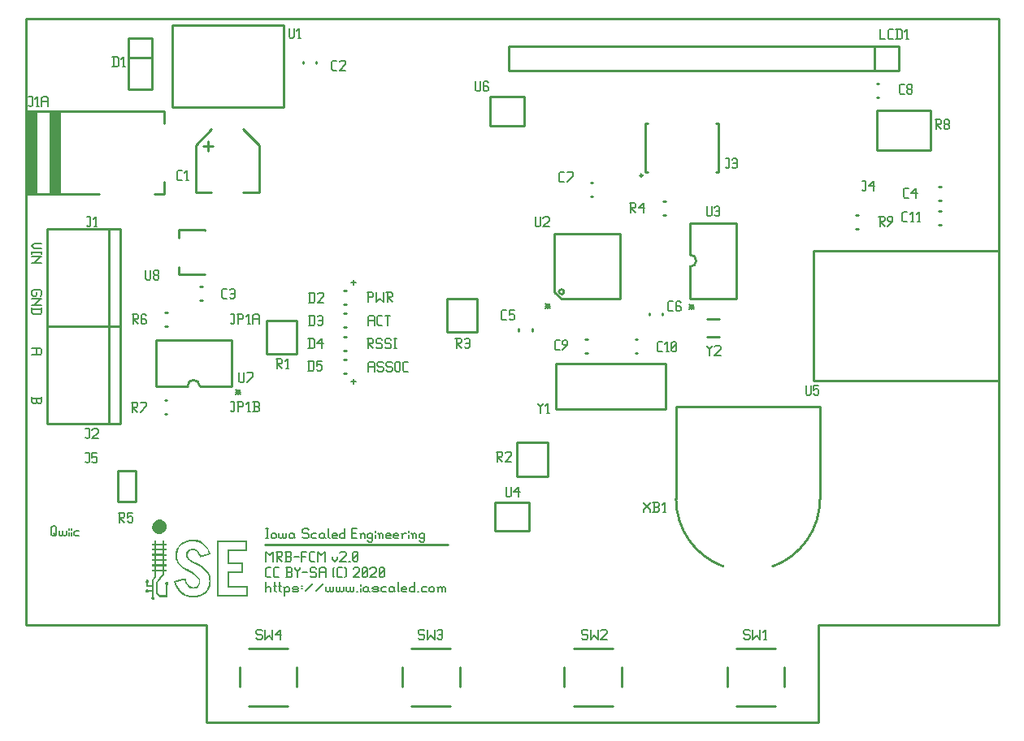
<source format=gbr>
G04 start of page 9 for group -4079 idx -4079 *
G04 Title: (unknown), topsilk *
G04 Creator: pcb 4.0.2 *
G04 CreationDate: Wed Apr 29 17:11:01 2020 UTC *
G04 For: ndholmes *
G04 Format: Gerber/RS-274X *
G04 PCB-Dimensions (mil): 4000.00 2900.00 *
G04 PCB-Coordinate-Origin: lower left *
%MOIN*%
%FSLAX25Y25*%
%LNTOPSILK*%
%ADD95C,0.0080*%
%ADD94C,0.0100*%
%ADD93C,0.0001*%
G54D93*G36*
X52543Y50709D02*X52147Y50980D01*
X52011Y51425D01*
X52065Y51740D01*
X52261Y51990D01*
X52391Y52104D01*
Y53986D01*
X51718D01*
X51241Y53981D01*
X51045Y53964D01*
X50953Y53840D01*
X50600Y53617D01*
X50172D01*
X49873Y53807D01*
X49689Y54100D01*
X49662Y54431D01*
X49770Y54724D01*
X49987Y54946D01*
X50302Y55066D01*
X50682Y55012D01*
X50991Y54773D01*
X51056Y54675D01*
X51724D01*
X52391Y54670D01*
Y56167D01*
X50058D01*
Y56900D01*
X50053Y57627D01*
X49955Y57697D01*
X49787Y57876D01*
X49678Y58093D01*
X49689Y58527D01*
X49873Y58815D01*
X50161Y58994D01*
X50497Y59026D01*
X50790Y58923D01*
X51013Y58701D01*
X51132Y58381D01*
X51078Y58006D01*
X50839Y57697D01*
X50742Y57627D01*
Y56851D01*
X52391D01*
Y59156D01*
X52857Y59748D01*
X53329Y60339D01*
Y62406D01*
X52418D01*
Y63193D01*
X56802D01*
Y64566D01*
X53986D01*
Y63193D01*
X53329D01*
Y64566D01*
X52418D01*
Y65325D01*
X53319D01*
Y66692D01*
X54002Y66719D01*
X53997Y66057D01*
X53991Y65586D01*
X54002Y65368D01*
X54067Y65358D01*
X54290Y65347D01*
X54724Y65341D01*
X55407Y65336D01*
X56802D01*
Y66719D01*
X54002D01*
X53319Y66692D01*
X52418D01*
Y67452D01*
X53329D01*
X53986Y67479D01*
X56802D01*
Y68852D01*
X53986D01*
Y67479D01*
X53329Y67452D01*
Y68824D01*
X52418D01*
Y69584D01*
X53319D01*
X53329Y70962D01*
X53986Y71005D01*
Y70327D01*
X53991Y69844D01*
X54008Y69627D01*
X54420Y69617D01*
X55407Y69611D01*
X56791D01*
X56796Y70300D01*
Y70316D01*
X56807Y71005D01*
X53986D01*
X53329Y70962D01*
X52418D01*
Y71722D01*
X53319D01*
Y73094D01*
X54002Y73148D01*
X53997Y72492D01*
X53991Y72015D01*
X54002Y71797D01*
X54067Y71787D01*
X54290Y71776D01*
X54724Y71770D01*
X55407Y71765D01*
X56807D01*
X56796Y72459D01*
X56791Y73148D01*
X54002D01*
X53319Y73094D01*
X52418D01*
Y73854D01*
X53329D01*
Y75096D01*
X53986D01*
Y73854D01*
X56802D01*
Y75096D01*
X57491D01*
Y73854D01*
X58402D01*
Y73094D01*
X57491D01*
Y71694D01*
X58402D01*
Y70935D01*
X57491D01*
Y69541D01*
X58402D01*
Y68781D01*
X57491D01*
Y67408D01*
X58402D01*
Y66649D01*
X57491D01*
Y65255D01*
X58402D01*
Y64495D01*
X57491D01*
Y63122D01*
X58402D01*
Y62336D01*
X57491D01*
X57485Y61750D01*
Y61158D01*
X56069Y59368D01*
X54648Y57583D01*
Y53574D01*
X55624Y52597D01*
X58044D01*
Y54719D01*
X58039Y55543D01*
Y56216D01*
X58033Y56672D01*
X58028Y56834D01*
X57903Y56927D01*
X57659Y57393D01*
X57794Y57909D01*
X58370Y58218D01*
X58972Y57947D01*
X59129Y57382D01*
X58831Y56872D01*
X58733Y56802D01*
Y51914D01*
X55342D01*
X53986Y53270D01*
Y57844D01*
X55396Y59623D01*
X56802Y61403D01*
Y62341D01*
X53986D01*
Y60003D01*
X53074Y58853D01*
Y52022D01*
X53140Y51990D01*
X53319Y51821D01*
X53449Y51588D01*
X53416Y51073D01*
X53069Y50693D01*
X52803Y50633D01*
X52543Y50644D01*
Y50709D01*
G37*
G36*
X68385Y51729D02*X66567Y52071D01*
X64983Y52793D01*
X63876Y53671D01*
X62932Y54778D01*
X62070Y56341D01*
X61424Y58196D01*
X61326Y58565D01*
X63746Y59081D01*
X64679Y59281D01*
X65455Y59444D01*
X65981Y59547D01*
X66182Y59580D01*
X66236Y59368D01*
X66285Y59118D01*
X66367Y58782D01*
X66730Y57757D01*
X67245Y56932D01*
X67891Y56324D01*
X68662Y55961D01*
X68900Y55918D01*
X69296Y55901D01*
X69687Y55918D01*
X69942Y55961D01*
X70962Y56547D01*
X71521Y57583D01*
X71575Y58212D01*
X71521Y58809D01*
X72123Y58983D01*
X72161Y57567D01*
X71803Y56617D01*
X71173Y55885D01*
X70316Y55424D01*
X69280Y55256D01*
X67951Y55559D01*
X66882Y56384D01*
X66090Y57627D01*
X65889Y58153D01*
X65743Y58657D01*
X65694Y58826D01*
X65645Y58842D01*
X65493Y58815D01*
X65135Y58739D01*
X64609Y58625D01*
X63979Y58489D01*
X62829Y58245D01*
X62292Y58126D01*
X62129Y58077D01*
Y58044D01*
X62178Y57860D01*
X62303Y57491D01*
X62449Y57084D01*
X62574Y56758D01*
X63572Y54979D01*
X64858Y53650D01*
X66432Y52782D01*
X68303Y52364D01*
X68699Y52353D01*
X69247D01*
X69795Y52369D01*
X70218Y52402D01*
X71548Y52657D01*
X72709Y53091D01*
X73609Y53623D01*
X74363Y54279D01*
X74966Y55060D01*
X75432Y55966D01*
X75660Y56661D01*
X75817Y57447D01*
X75866Y58402D01*
X75817Y59336D01*
X75590Y60323D01*
X75232Y61213D01*
X74711Y62032D01*
X74027Y62813D01*
X73327Y63459D01*
X72519Y64056D01*
X71445Y64717D01*
X69953Y65547D01*
X68808Y66182D01*
X68016Y66660D01*
X67463Y67061D01*
X67034Y67463D01*
X66486Y68249D01*
X66318Y69117D01*
X66464Y70159D01*
X66898Y70973D01*
X67603Y71537D01*
X68558Y71819D01*
X69139Y71836D01*
X69714Y71770D01*
X70484Y71477D01*
X71152Y70951D01*
X71727Y70186D01*
X72221Y69166D01*
X72307Y68966D01*
X72367Y68922D01*
X72530Y68971D01*
X72909Y69074D01*
X73419Y69226D01*
X74005Y69394D01*
X74581Y69562D01*
X75080Y69714D01*
X75438Y69817D01*
X75579Y69861D01*
X75552Y69985D01*
X75465Y70262D01*
X75340Y70604D01*
X75221Y70919D01*
X74543Y72134D01*
X73653Y73138D01*
X72579Y73913D01*
X71325Y74440D01*
X69568Y74743D01*
X67647Y74657D01*
X65900Y74196D01*
X64500Y73360D01*
X63800Y72633D01*
X63258Y71749D01*
X62889Y70723D01*
X62688Y69573D01*
X62661Y68797D01*
X62699Y68087D01*
X62938Y67105D01*
X63377Y66199D01*
X64017Y65358D01*
X64880Y64566D01*
X65422Y64159D01*
X66052Y63746D01*
X66855Y63269D01*
X67940Y62661D01*
X68667Y62260D01*
X69209Y61951D01*
X69633Y61696D01*
X70007Y61457D01*
X71439Y60247D01*
X72123Y58983D01*
X71521Y58809D01*
X70924Y59878D01*
X69665Y60925D01*
X69302Y61158D01*
X68895Y61403D01*
X68379Y61696D01*
X67685Y62075D01*
X66307Y62851D01*
X65292Y63480D01*
X64517Y64045D01*
X63860Y64625D01*
X63111Y65466D01*
X62574Y66350D01*
X62156Y67533D01*
X62026Y68846D01*
X62118Y70132D01*
X62411Y71331D01*
X63171Y72855D01*
X64332Y74038D01*
X65862Y74863D01*
X67734Y75302D01*
X69193Y75384D01*
X70577Y75259D01*
X71852Y74933D01*
X72991Y74407D01*
X74130Y73561D01*
X75069Y72476D01*
X75796Y71174D01*
X76289Y69671D01*
X76349Y69416D01*
X74147Y68776D01*
X73284Y68532D01*
X72579Y68331D01*
X72101Y68201D01*
X71922Y68157D01*
X71846Y68358D01*
X71618Y68960D01*
X71358Y69535D01*
X70598Y70604D01*
X69649Y71136D01*
X69014Y71201D01*
X68363Y71152D01*
X67506Y70680D01*
X67169Y70219D01*
X66985Y69622D01*
X66947Y69139D01*
X66985Y68727D01*
X67332Y68076D01*
X68059Y67408D01*
X68412Y67164D01*
X68851Y66888D01*
X69426Y66562D01*
X70197Y66139D01*
X71065Y65667D01*
X71748Y65282D01*
X72307Y64951D01*
X72785Y64642D01*
X74011Y63714D01*
X74977Y62726D01*
X75704Y61674D01*
X76192Y60534D01*
X76468Y59162D01*
X76474Y57730D01*
X76219Y56330D01*
X75709Y55066D01*
X74912Y53948D01*
X73870Y53037D01*
X72600Y52359D01*
X71135Y51914D01*
X69757Y51740D01*
X68385Y51735D01*
Y51729D01*
G37*
G36*
X78970Y63535D02*X79610Y63540D01*
X79604Y52641D01*
X91030D01*
Y55798D01*
X83256D01*
Y62319D01*
X88941D01*
Y65488D01*
X83256D01*
Y71271D01*
X90716D01*
Y74440D01*
X79621D01*
X79610Y63540D01*
X78970Y63535D01*
Y75064D01*
X91350D01*
Y70653D01*
X83890D01*
Y66133D01*
X89571D01*
Y61723D01*
X83907D01*
X83896Y59091D01*
X83890Y56460D01*
X91654D01*
Y52022D01*
X78970D01*
Y63535D01*
G37*
G36*
X54941Y77782D02*X54056Y78069D01*
X53291Y78628D01*
X52743Y79360D01*
X52456Y80223D01*
X52418Y80863D01*
X52499Y81482D01*
X52809Y82247D01*
X53329Y82898D01*
X54176Y83473D01*
X55147Y83716D01*
X56156Y83629D01*
X57100Y83202D01*
X57653Y82697D01*
X58077Y82079D01*
X58310Y81395D01*
X58380Y80668D01*
X58272Y79941D01*
X58006Y79268D01*
X57599Y78720D01*
X57084Y78275D01*
X56482Y77955D01*
X55831Y77782D01*
X55380Y77760D01*
X54941Y77782D01*
G37*
G54D94*X399500Y40500D02*Y289500D01*
X74500Y40500D02*Y500D01*
X325500D01*
Y40500D01*
X399500D01*
X98500Y73500D02*X173500D01*
X500Y289500D02*Y40500D01*
X399500Y289500D02*X500D01*
Y40500D02*X74500D01*
G54D95*X213500Y172500D02*X215500Y170500D01*
X213500D02*X215500Y172500D01*
X213500Y171500D02*X215500D01*
X214500Y172500D02*Y170500D01*
X272500Y172000D02*X274500Y170000D01*
X272500D02*X274500Y172000D01*
X272500Y171000D02*X274500D01*
X273500Y172000D02*Y170000D01*
X3000Y134000D02*Y132000D01*
X3500Y131500D01*
X4500D01*
X5000Y132000D02*X4500Y131500D01*
X5000Y133500D02*Y132000D01*
X3000Y133500D02*X7000D01*
Y134000D02*Y132000D01*
X6500Y131500D01*
X5500D02*X6500D01*
X5000Y132000D02*X5500Y131500D01*
X3000Y154000D02*X6500D01*
X7000Y153500D01*
Y152000D01*
X6500Y151500D01*
X3000D02*X6500D01*
X5000Y154000D02*Y151500D01*
X7000Y176000D02*X6500Y175500D01*
X7000Y177500D02*Y176000D01*
X6500Y178000D02*X7000Y177500D01*
X3500Y178000D02*X6500D01*
X3500D02*X3000Y177500D01*
Y176000D01*
X3500Y175500D01*
X4500D01*
X5000Y176000D02*X4500Y175500D01*
X5000Y177000D02*Y176000D01*
X3000Y174300D02*X7000D01*
X6500D02*X7000D01*
X6500D02*X4000Y171800D01*
X3000D02*X7000D01*
X3000Y170100D02*X7000D01*
Y168600D02*X6500Y168100D01*
X3500D02*X6500D01*
X3000Y168600D02*X3500Y168100D01*
X3000Y170600D02*Y168600D01*
X7000Y170600D02*Y168600D01*
X4000Y197000D02*X7000D01*
X4000D02*X3000Y196000D01*
X4000Y195000D01*
X7000D01*
Y193800D02*Y192800D01*
X3000Y193300D02*X7000D01*
X3000Y193800D02*Y192800D01*
Y191600D02*X7000D01*
X6500D02*X7000D01*
X6500D02*X4000Y189100D01*
X3000D02*X7000D01*
X86500Y137000D02*X88500Y135000D01*
X86500D02*X88500Y137000D01*
X86500Y136000D02*X88500D01*
X87500Y137000D02*Y135000D01*
X11000Y80500D02*Y77500D01*
Y80500D02*X11500Y81000D01*
X12500D01*
X13000Y80500D01*
Y77500D01*
X12500Y77000D02*X13000Y77500D01*
X11500Y77000D02*X12500D01*
X11000Y77500D02*X11500Y77000D01*
X12000Y78000D02*X13000Y77000D01*
X14200Y79000D02*Y77500D01*
X14700Y77000D01*
X15200D01*
X15700Y77500D01*
Y79000D02*Y77500D01*
X16200Y77000D01*
X16700D01*
X17200Y77500D01*
Y79000D02*Y77500D01*
X18400Y80000D02*Y79500D01*
Y78500D02*Y77000D01*
X19400Y80000D02*Y79500D01*
Y78500D02*Y77000D01*
X20900Y79000D02*X22400D01*
X20400Y78500D02*X20900Y79000D01*
X20400Y78500D02*Y77500D01*
X20900Y77000D01*
X22400D01*
X141000Y177000D02*Y173000D01*
X140500Y177000D02*X142500D01*
X143000Y176500D01*
Y175500D01*
X142500Y175000D02*X143000Y175500D01*
X141000Y175000D02*X142500D01*
X144200Y177000D02*Y173000D01*
X145700Y174500D01*
X147200Y173000D01*
Y177000D02*Y173000D01*
X148400Y177000D02*X150400D01*
X150900Y176500D01*
Y175500D01*
X150400Y175000D02*X150900Y175500D01*
X148900Y175000D02*X150400D01*
X148900Y177000D02*Y173000D01*
Y175000D02*X150900Y173000D01*
X134000Y181000D02*X136000D01*
X135000Y182000D02*Y180000D01*
X141000Y167000D02*Y163500D01*
Y167000D02*X141500Y167500D01*
X143000D01*
X143500Y167000D01*
Y163500D01*
X141000Y165500D02*X143500D01*
X145200Y163500D02*X146700D01*
X144700Y164000D02*X145200Y163500D01*
X144700Y167000D02*Y164000D01*
Y167000D02*X145200Y167500D01*
X146700D01*
X147900D02*X149900D01*
X148900D02*Y163500D01*
X140500Y158000D02*X142500D01*
X143000Y157500D01*
Y156500D01*
X142500Y156000D02*X143000Y156500D01*
X141000Y156000D02*X142500D01*
X141000Y158000D02*Y154000D01*
Y156000D02*X143000Y154000D01*
X146200Y158000D02*X146700Y157500D01*
X144700Y158000D02*X146200D01*
X144200Y157500D02*X144700Y158000D01*
X144200Y157500D02*Y156500D01*
X144700Y156000D01*
X146200D01*
X146700Y155500D01*
Y154500D01*
X146200Y154000D02*X146700Y154500D01*
X144700Y154000D02*X146200D01*
X144200Y154500D02*X144700Y154000D01*
X149900Y158000D02*X150400Y157500D01*
X148400Y158000D02*X149900D01*
X147900Y157500D02*X148400Y158000D01*
X147900Y157500D02*Y156500D01*
X148400Y156000D01*
X149900D01*
X150400Y155500D01*
Y154500D01*
X149900Y154000D02*X150400Y154500D01*
X148400Y154000D02*X149900D01*
X147900Y154500D02*X148400Y154000D01*
X151600Y158000D02*X152600D01*
X152100D02*Y154000D01*
X151600D02*X152600D01*
X141000Y148000D02*Y144500D01*
Y148000D02*X141500Y148500D01*
X143000D01*
X143500Y148000D01*
Y144500D01*
X141000Y146500D02*X143500D01*
X146700Y148500D02*X147200Y148000D01*
X145200Y148500D02*X146700D01*
X144700Y148000D02*X145200Y148500D01*
X144700Y148000D02*Y147000D01*
X145200Y146500D01*
X146700D01*
X147200Y146000D01*
Y145000D01*
X146700Y144500D02*X147200Y145000D01*
X145200Y144500D02*X146700D01*
X144700Y145000D02*X145200Y144500D01*
X150400Y148500D02*X150900Y148000D01*
X148900Y148500D02*X150400D01*
X148400Y148000D02*X148900Y148500D01*
X148400Y148000D02*Y147000D01*
X148900Y146500D01*
X150400D01*
X150900Y146000D01*
Y145000D01*
X150400Y144500D02*X150900Y145000D01*
X148900Y144500D02*X150400D01*
X148400Y145000D02*X148900Y144500D01*
X152100Y148000D02*Y145000D01*
Y148000D02*X152600Y148500D01*
X153600D01*
X154100Y148000D01*
Y145000D01*
X153600Y144500D02*X154100Y145000D01*
X152600Y144500D02*X153600D01*
X152100Y145000D02*X152600Y144500D01*
X155800D02*X157300D01*
X155300Y145000D02*X155800Y144500D01*
X155300Y148000D02*Y145000D01*
Y148000D02*X155800Y148500D01*
X157300D01*
X134000Y140500D02*X136000D01*
X135000Y141500D02*Y139500D01*
X99000Y80000D02*X100000D01*
X99500D02*Y76000D01*
X99000D02*X100000D01*
X101200Y77500D02*Y76500D01*
Y77500D02*X101700Y78000D01*
X102700D01*
X103200Y77500D01*
Y76500D01*
X102700Y76000D02*X103200Y76500D01*
X101700Y76000D02*X102700D01*
X101200Y76500D02*X101700Y76000D01*
X104400Y78000D02*Y76500D01*
X104900Y76000D01*
X105400D01*
X105900Y76500D01*
Y78000D02*Y76500D01*
X106400Y76000D01*
X106900D01*
X107400Y76500D01*
Y78000D02*Y76500D01*
X110100Y78000D02*X110600Y77500D01*
X109100Y78000D02*X110100D01*
X108600Y77500D02*X109100Y78000D01*
X108600Y77500D02*Y76500D01*
X109100Y76000D01*
X110600Y78000D02*Y76500D01*
X111100Y76000D01*
X109100D02*X110100D01*
X110600Y76500D01*
X116100Y80000D02*X116600Y79500D01*
X114600Y80000D02*X116100D01*
X114100Y79500D02*X114600Y80000D01*
X114100Y79500D02*Y78500D01*
X114600Y78000D01*
X116100D01*
X116600Y77500D01*
Y76500D01*
X116100Y76000D02*X116600Y76500D01*
X114600Y76000D02*X116100D01*
X114100Y76500D02*X114600Y76000D01*
X118300Y78000D02*X119800D01*
X117800Y77500D02*X118300Y78000D01*
X117800Y77500D02*Y76500D01*
X118300Y76000D01*
X119800D01*
X122500Y78000D02*X123000Y77500D01*
X121500Y78000D02*X122500D01*
X121000Y77500D02*X121500Y78000D01*
X121000Y77500D02*Y76500D01*
X121500Y76000D01*
X123000Y78000D02*Y76500D01*
X123500Y76000D01*
X121500D02*X122500D01*
X123000Y76500D01*
X124700Y80000D02*Y76500D01*
X125200Y76000D01*
X126700D02*X128200D01*
X126200Y76500D02*X126700Y76000D01*
X126200Y77500D02*Y76500D01*
Y77500D02*X126700Y78000D01*
X127700D01*
X128200Y77500D01*
X126200Y77000D02*X128200D01*
Y77500D02*Y77000D01*
X131400Y80000D02*Y76000D01*
X130900D02*X131400Y76500D01*
X129900Y76000D02*X130900D01*
X129400Y76500D02*X129900Y76000D01*
X129400Y77500D02*Y76500D01*
Y77500D02*X129900Y78000D01*
X130900D01*
X131400Y77500D01*
X134400Y78000D02*X135900D01*
X134400Y76000D02*X136400D01*
X134400Y80000D02*Y76000D01*
Y80000D02*X136400D01*
X138100Y77500D02*Y76000D01*
Y77500D02*X138600Y78000D01*
X139100D01*
X139600Y77500D01*
Y76000D01*
X137600Y78000D02*X138100Y77500D01*
X142300Y78000D02*X142800Y77500D01*
X141300Y78000D02*X142300D01*
X140800Y77500D02*X141300Y78000D01*
X140800Y77500D02*Y76500D01*
X141300Y76000D01*
X142300D01*
X142800Y76500D01*
X140800Y75000D02*X141300Y74500D01*
X142300D01*
X142800Y75000D01*
Y78000D02*Y75000D01*
X144000Y79000D02*Y78500D01*
Y77500D02*Y76000D01*
X145500Y77500D02*Y76000D01*
Y77500D02*X146000Y78000D01*
X146500D01*
X147000Y77500D01*
Y76000D01*
X145000Y78000D02*X145500Y77500D01*
X148700Y76000D02*X150200D01*
X148200Y76500D02*X148700Y76000D01*
X148200Y77500D02*Y76500D01*
Y77500D02*X148700Y78000D01*
X149700D01*
X150200Y77500D01*
X148200Y77000D02*X150200D01*
Y77500D02*Y77000D01*
X151900Y76000D02*X153400D01*
X151400Y76500D02*X151900Y76000D01*
X151400Y77500D02*Y76500D01*
Y77500D02*X151900Y78000D01*
X152900D01*
X153400Y77500D01*
X151400Y77000D02*X153400D01*
Y77500D02*Y77000D01*
X155100Y77500D02*Y76000D01*
Y77500D02*X155600Y78000D01*
X156600D01*
X154600D02*X155100Y77500D01*
X157800Y79000D02*Y78500D01*
Y77500D02*Y76000D01*
X159300Y77500D02*Y76000D01*
Y77500D02*X159800Y78000D01*
X160300D01*
X160800Y77500D01*
Y76000D01*
X158800Y78000D02*X159300Y77500D01*
X163500Y78000D02*X164000Y77500D01*
X162500Y78000D02*X163500D01*
X162000Y77500D02*X162500Y78000D01*
X162000Y77500D02*Y76500D01*
X162500Y76000D01*
X163500D01*
X164000Y76500D01*
X162000Y75000D02*X162500Y74500D01*
X163500D01*
X164000Y75000D01*
Y78000D02*Y75000D01*
X99000Y70500D02*Y66500D01*
Y70500D02*X100500Y69000D01*
X102000Y70500D01*
Y66500D01*
X103200Y70500D02*X105200D01*
X105700Y70000D01*
Y69000D01*
X105200Y68500D02*X105700Y69000D01*
X103700Y68500D02*X105200D01*
X103700Y70500D02*Y66500D01*
Y68500D02*X105700Y66500D01*
X106900D02*X108900D01*
X109400Y67000D01*
Y68000D02*Y67000D01*
X108900Y68500D02*X109400Y68000D01*
X107400Y68500D02*X108900D01*
X107400Y70500D02*Y66500D01*
X106900Y70500D02*X108900D01*
X109400Y70000D01*
Y69000D01*
X108900Y68500D02*X109400Y69000D01*
X110600Y68500D02*X112600D01*
X113800Y70500D02*Y66500D01*
Y70500D02*X115800D01*
X113800Y68500D02*X115300D01*
X117500Y66500D02*X119000D01*
X117000Y67000D02*X117500Y66500D01*
X117000Y70000D02*Y67000D01*
Y70000D02*X117500Y70500D01*
X119000D01*
X120200D02*Y66500D01*
Y70500D02*X121700Y69000D01*
X123200Y70500D01*
Y66500D01*
X126200Y68500D02*Y67500D01*
X127200Y66500D01*
X128200Y67500D01*
Y68500D02*Y67500D01*
X129400Y70000D02*X129900Y70500D01*
X131400D01*
X131900Y70000D01*
Y69000D01*
X129400Y66500D02*X131900Y69000D01*
X129400Y66500D02*X131900D01*
X133100D02*X133600D01*
X134800Y67000D02*X135300Y66500D01*
X134800Y70000D02*Y67000D01*
Y70000D02*X135300Y70500D01*
X136300D01*
X136800Y70000D01*
Y67000D01*
X136300Y66500D02*X136800Y67000D01*
X135300Y66500D02*X136300D01*
X134800Y67500D02*X136800Y69500D01*
X99500Y60000D02*X101000D01*
X99000Y60500D02*X99500Y60000D01*
X99000Y63500D02*Y60500D01*
Y63500D02*X99500Y64000D01*
X101000D01*
X102700Y60000D02*X104200D01*
X102200Y60500D02*X102700Y60000D01*
X102200Y63500D02*Y60500D01*
Y63500D02*X102700Y64000D01*
X104200D01*
X107200Y60000D02*X109200D01*
X109700Y60500D01*
Y61500D02*Y60500D01*
X109200Y62000D02*X109700Y61500D01*
X107700Y62000D02*X109200D01*
X107700Y64000D02*Y60000D01*
X107200Y64000D02*X109200D01*
X109700Y63500D01*
Y62500D01*
X109200Y62000D02*X109700Y62500D01*
X110900Y64000D02*Y63500D01*
X111900Y62500D01*
X112900Y63500D01*
Y64000D02*Y63500D01*
X111900Y62500D02*Y60000D01*
X114100Y62000D02*X116100D01*
X119300Y64000D02*X119800Y63500D01*
X117800Y64000D02*X119300D01*
X117300Y63500D02*X117800Y64000D01*
X117300Y63500D02*Y62500D01*
X117800Y62000D01*
X119300D01*
X119800Y61500D01*
Y60500D01*
X119300Y60000D02*X119800Y60500D01*
X117800Y60000D02*X119300D01*
X117300Y60500D02*X117800Y60000D01*
X121000Y63500D02*Y60000D01*
Y63500D02*X121500Y64000D01*
X123000D01*
X123500Y63500D01*
Y60000D01*
X121000Y62000D02*X123500D01*
X126500Y60500D02*X127000Y60000D01*
X126500Y63500D02*X127000Y64000D01*
X126500Y63500D02*Y60500D01*
X128700Y60000D02*X130200D01*
X128200Y60500D02*X128700Y60000D01*
X128200Y63500D02*Y60500D01*
Y63500D02*X128700Y64000D01*
X130200D01*
X131400D02*X131900Y63500D01*
Y60500D01*
X131400Y60000D02*X131900Y60500D01*
X134900Y63500D02*X135400Y64000D01*
X136900D01*
X137400Y63500D01*
Y62500D01*
X134900Y60000D02*X137400Y62500D01*
X134900Y60000D02*X137400D01*
X138600Y60500D02*X139100Y60000D01*
X138600Y63500D02*Y60500D01*
Y63500D02*X139100Y64000D01*
X140100D01*
X140600Y63500D01*
Y60500D01*
X140100Y60000D02*X140600Y60500D01*
X139100Y60000D02*X140100D01*
X138600Y61000D02*X140600Y63000D01*
X141800Y63500D02*X142300Y64000D01*
X143800D01*
X144300Y63500D01*
Y62500D01*
X141800Y60000D02*X144300Y62500D01*
X141800Y60000D02*X144300D01*
X145500Y60500D02*X146000Y60000D01*
X145500Y63500D02*Y60500D01*
Y63500D02*X146000Y64000D01*
X147000D01*
X147500Y63500D01*
Y60500D01*
X147000Y60000D02*X147500Y60500D01*
X146000Y60000D02*X147000D01*
X145500Y61000D02*X147500Y63000D01*
X99000Y58000D02*Y54000D01*
Y55500D02*X99500Y56000D01*
X100500D01*
X101000Y55500D01*
Y54000D01*
X102700Y58000D02*Y54500D01*
X103200Y54000D01*
X102200Y56500D02*X103200D01*
X104700Y58000D02*Y54500D01*
X105200Y54000D01*
X104200Y56500D02*X105200D01*
X106700Y55500D02*Y52500D01*
X106200Y56000D02*X106700Y55500D01*
X107200Y56000D01*
X108200D01*
X108700Y55500D01*
Y54500D01*
X108200Y54000D02*X108700Y54500D01*
X107200Y54000D02*X108200D01*
X106700Y54500D02*X107200Y54000D01*
X110400D02*X111900D01*
X112400Y54500D01*
X111900Y55000D02*X112400Y54500D01*
X110400Y55000D02*X111900D01*
X109900Y55500D02*X110400Y55000D01*
X109900Y55500D02*X110400Y56000D01*
X111900D01*
X112400Y55500D01*
X109900Y54500D02*X110400Y54000D01*
X113600Y56500D02*X114100D01*
X113600Y55500D02*X114100D01*
X115300Y54500D02*X118300Y57500D01*
X119500Y54500D02*X122500Y57500D01*
X123700Y56000D02*Y54500D01*
X124200Y54000D01*
X124700D01*
X125200Y54500D01*
Y56000D02*Y54500D01*
X125700Y54000D01*
X126200D01*
X126700Y54500D01*
Y56000D02*Y54500D01*
X127900Y56000D02*Y54500D01*
X128400Y54000D01*
X128900D01*
X129400Y54500D01*
Y56000D02*Y54500D01*
X129900Y54000D01*
X130400D01*
X130900Y54500D01*
Y56000D02*Y54500D01*
X132100Y56000D02*Y54500D01*
X132600Y54000D01*
X133100D01*
X133600Y54500D01*
Y56000D02*Y54500D01*
X134100Y54000D01*
X134600D01*
X135100Y54500D01*
Y56000D02*Y54500D01*
X136300Y54000D02*X136800D01*
X138000Y57000D02*Y56500D01*
Y55500D02*Y54000D01*
X140500Y56000D02*X141000Y55500D01*
X139500Y56000D02*X140500D01*
X139000Y55500D02*X139500Y56000D01*
X139000Y55500D02*Y54500D01*
X139500Y54000D01*
X141000Y56000D02*Y54500D01*
X141500Y54000D01*
X139500D02*X140500D01*
X141000Y54500D01*
X143200Y54000D02*X144700D01*
X145200Y54500D01*
X144700Y55000D02*X145200Y54500D01*
X143200Y55000D02*X144700D01*
X142700Y55500D02*X143200Y55000D01*
X142700Y55500D02*X143200Y56000D01*
X144700D01*
X145200Y55500D01*
X142700Y54500D02*X143200Y54000D01*
X146900Y56000D02*X148400D01*
X146400Y55500D02*X146900Y56000D01*
X146400Y55500D02*Y54500D01*
X146900Y54000D01*
X148400D01*
X151100Y56000D02*X151600Y55500D01*
X150100Y56000D02*X151100D01*
X149600Y55500D02*X150100Y56000D01*
X149600Y55500D02*Y54500D01*
X150100Y54000D01*
X151600Y56000D02*Y54500D01*
X152100Y54000D01*
X150100D02*X151100D01*
X151600Y54500D01*
X153300Y58000D02*Y54500D01*
X153800Y54000D01*
X155300D02*X156800D01*
X154800Y54500D02*X155300Y54000D01*
X154800Y55500D02*Y54500D01*
Y55500D02*X155300Y56000D01*
X156300D01*
X156800Y55500D01*
X154800Y55000D02*X156800D01*
Y55500D02*Y55000D01*
X160000Y58000D02*Y54000D01*
X159500D02*X160000Y54500D01*
X158500Y54000D02*X159500D01*
X158000Y54500D02*X158500Y54000D01*
X158000Y55500D02*Y54500D01*
Y55500D02*X158500Y56000D01*
X159500D01*
X160000Y55500D01*
X161200Y54000D02*X161700D01*
X163400Y56000D02*X164900D01*
X162900Y55500D02*X163400Y56000D01*
X162900Y55500D02*Y54500D01*
X163400Y54000D01*
X164900D01*
X166100Y55500D02*Y54500D01*
Y55500D02*X166600Y56000D01*
X167600D01*
X168100Y55500D01*
Y54500D01*
X167600Y54000D02*X168100Y54500D01*
X166600Y54000D02*X167600D01*
X166100Y54500D02*X166600Y54000D01*
X169800Y55500D02*Y54000D01*
Y55500D02*X170300Y56000D01*
X170800D01*
X171300Y55500D01*
Y54000D01*
Y55500D02*X171800Y56000D01*
X172300D01*
X172800Y55500D01*
Y54000D01*
X169300Y56000D02*X169800Y55500D01*
G54D94*X9200Y163000D02*Y123000D01*
X39200Y163000D02*Y123000D01*
X34800Y163000D02*Y123000D01*
X9200Y163000D02*X39200D01*
X9200Y123000D02*X39200D01*
X38334Y103751D02*Y91153D01*
Y103751D02*X45816D01*
Y91153D01*
X38334D02*X45816D01*
X57607Y127245D02*X58393D01*
X57607Y132755D02*X58393D01*
X99201Y165390D02*X111799D01*
Y151610D01*
X99201D01*
Y165390D01*
X92126Y7189D02*X107874D01*
X88189Y22937D02*Y15063D01*
X92126Y30811D02*X107874D01*
X111811Y22937D02*Y15063D01*
X57807Y168755D02*X58593D01*
X57807Y163245D02*X58593D01*
X84900Y157500D02*Y138500D01*
X53900Y157500D02*X84900D01*
X53900D02*Y138500D01*
X71900D02*X84900D01*
X53900D02*X66900D01*
X71900D02*G75*G03X66900Y138500I-2500J0D01*G01*
X375150Y210255D02*X375936D01*
X375150Y204745D02*X375936D01*
X375107Y220255D02*X375893D01*
X375107Y214745D02*X375893D01*
X399500Y194050D02*Y140750D01*
X323500D02*X399500D01*
X323500Y194050D02*Y140750D01*
Y194050D02*X399500D01*
X341107Y208755D02*X341893D01*
X341107Y203245D02*X341893D01*
X371500Y251600D02*Y235400D01*
X349500Y251600D02*Y235400D01*
Y251600D02*X371500D01*
X349500Y235400D02*X371500D01*
X173201Y174390D02*X185799D01*
Y160610D01*
X173201D01*
Y174390D01*
X202001Y115290D02*X214599D01*
Y101510D01*
X202001D02*X214599D01*
X202001Y115290D02*Y101510D01*
X232207Y216545D02*X232993D01*
X232207Y222055D02*X232993D01*
X261755Y168393D02*Y167607D01*
X256245Y168393D02*Y167607D01*
X72107Y173745D02*X72893D01*
X72107Y179255D02*X72893D01*
X131107Y158755D02*X131893D01*
X131107Y153245D02*X131893D01*
X131107Y177755D02*X131893D01*
X131107Y172245D02*X131893D01*
X131107Y149255D02*X131893D01*
X131107Y143745D02*X131893D01*
X131107Y168255D02*X131893D01*
X131107Y162745D02*X131893D01*
X9200Y203000D02*Y163000D01*
X39200Y203000D02*Y163000D01*
X34800Y203000D02*Y163000D01*
X9200Y203000D02*X39200D01*
X9200Y163000D02*X39200D01*
X30700Y217400D02*X1200D01*
Y251400D01*
X57200D01*
Y246400D01*
X53200Y217400D02*X57200D01*
Y222400D01*
X1200Y217400D02*Y251400D01*
X1700Y217400D02*Y251400D01*
X2200Y217400D02*Y251400D01*
X2700Y217400D02*Y251400D01*
X3200Y217400D02*Y251400D01*
X3700Y217400D02*Y251400D01*
X4200Y217400D02*Y251400D01*
X4700Y217400D02*Y251400D01*
X14200Y217400D02*Y251400D01*
X13700Y217400D02*Y251400D01*
X13200Y217400D02*Y251400D01*
X12700Y217400D02*Y251400D01*
X12200Y217400D02*Y251400D01*
X11700Y217400D02*Y251400D01*
X11200Y217400D02*Y251400D01*
X10700Y217400D02*Y251400D01*
X42700Y281500D02*Y260500D01*
X52300Y281500D02*Y260500D01*
X42700Y281500D02*X52300D01*
X42700Y260500D02*X52300D01*
X42700Y273500D02*X52300D01*
X70308Y218008D02*X76804D01*
X89796D02*X96292D01*
Y237496D02*Y218008D01*
X70308Y237496D02*Y218008D01*
X96292Y237496D02*X89796Y243992D01*
X70308Y237496D02*X76804Y243992D01*
X73300Y237000D02*X77300D01*
X75300Y239000D02*Y235000D01*
X119755Y271893D02*Y271107D01*
X114245Y271893D02*Y271107D01*
X60665Y253126D02*X106335D01*
X60665Y286590D02*X106335D01*
X60665D02*Y253126D01*
X106335Y286590D02*Y253126D01*
X63271Y184250D02*X73901D01*
X63271Y202750D02*X73901D01*
X63271Y187500D02*Y184250D01*
Y202750D02*Y199500D01*
X73901Y184429D02*Y184250D01*
Y202750D02*Y202571D01*
X158826Y7189D02*X174574D01*
X154889Y22937D02*Y15063D01*
X158826Y30811D02*X174574D01*
X178511Y22937D02*Y15063D01*
X225426Y7189D02*X241174D01*
X221489Y22937D02*Y15063D01*
X225426Y30811D02*X241174D01*
X245111Y22937D02*Y15063D01*
X292126Y7189D02*X307874D01*
X288189Y22937D02*Y15063D01*
X292126Y30811D02*X307874D01*
X311811Y22937D02*Y15063D01*
X349564Y262755D02*X350350D01*
X349564Y257245D02*X350350D01*
X198500Y278000D02*X358500D01*
X198500D02*Y268000D01*
X358500D01*
Y278000D02*Y268000D01*
X348500Y278000D02*Y268000D01*
X358500D01*
X262107Y214255D02*X262893D01*
X262107Y208745D02*X262893D01*
X217421Y201079D02*Y177221D01*
Y201079D02*X244179D01*
Y174321D01*
X220321D02*X244179D01*
X220321D02*X217421Y177221D01*
X220321Y176221D02*G75*G03X220321Y176221I0J1000D01*G01*
X273000Y174500D02*X292000D01*
Y205500D02*Y174500D01*
X273000Y205500D02*X292000D01*
X273000Y187500D02*Y174500D01*
Y205500D02*Y192500D01*
Y187500D02*G75*G03X273000Y192500I0J2500D01*G01*
X254500Y246500D02*Y226500D01*
X284500Y246500D02*Y226500D01*
X254500Y246500D02*X255500D01*
X283500D02*X284500D01*
X283500Y226500D02*X284500D01*
X254500D02*X255500D01*
X253000Y224500D02*G75*G03X253000Y224500I0J500D01*G01*
X208255Y161936D02*Y161150D01*
X202745Y161936D02*Y161150D01*
X191000Y257300D02*X204900D01*
X191000D02*Y245500D01*
X204900D01*
Y257300D02*Y245500D01*
X193100Y79100D02*X207000D01*
Y90900D02*Y79100D01*
X193100Y90900D02*X207000D01*
X193100D02*Y79100D01*
X280138Y166240D02*X284862D01*
X280138Y158760D02*X284862D01*
X250607Y157755D02*X251393D01*
X250607Y152245D02*X251393D01*
X230107D02*X230893D01*
X230107Y157755D02*X230893D01*
X217862Y147850D02*X263138D01*
Y129150D01*
X217862D01*
Y147850D01*
X267272Y130200D02*Y92200D01*
X326328Y130200D02*Y92200D01*
X267272Y130200D02*X326328D01*
X267272Y92200D02*G75*G03X286701Y64453I29528J0D01*G01*
X306899Y64453D02*G75*G03X326328Y92200I-10099J27747D01*G01*
G54D95*X25000Y121000D02*X26500D01*
Y117500D01*
X26000Y117000D02*X26500Y117500D01*
X25500Y117000D02*X26000D01*
X25000Y117500D02*X25500Y117000D01*
X27700Y120500D02*X28200Y121000D01*
X29700D01*
X30200Y120500D01*
Y119500D01*
X27700Y117000D02*X30200Y119500D01*
X27700Y117000D02*X30200D01*
X38652Y86425D02*X40652D01*
X41152Y85925D01*
Y84925D01*
X40652Y84425D02*X41152Y84925D01*
X39152Y84425D02*X40652D01*
X39152Y86425D02*Y82425D01*
Y84425D02*X41152Y82425D01*
X42352Y86425D02*X44352D01*
X42352D02*Y84425D01*
X42852Y84925D01*
X43852D01*
X44352Y84425D01*
Y82925D01*
X43852Y82425D02*X44352Y82925D01*
X42852Y82425D02*X43852D01*
X42352Y82925D02*X42852Y82425D01*
X25000Y111000D02*X26500D01*
Y107500D01*
X26000Y107000D02*X26500Y107500D01*
X25500Y107000D02*X26000D01*
X25000Y107500D02*X25500Y107000D01*
X27700Y111000D02*X29700D01*
X27700D02*Y109000D01*
X28200Y109500D01*
X29200D01*
X29700Y109000D01*
Y107500D01*
X29200Y107000D02*X29700Y107500D01*
X28200Y107000D02*X29200D01*
X27700Y107500D02*X28200Y107000D01*
X84600Y132000D02*X86100D01*
Y128500D01*
X85600Y128000D02*X86100Y128500D01*
X85100Y128000D02*X85600D01*
X84600Y128500D02*X85100Y128000D01*
X87800Y132000D02*Y128000D01*
X87300Y132000D02*X89300D01*
X89800Y131500D01*
Y130500D01*
X89300Y130000D02*X89800Y130500D01*
X87800Y130000D02*X89300D01*
X91500Y128000D02*X92500D01*
X92000Y132000D02*Y128000D01*
X91000Y131000D02*X92000Y132000D01*
X93700Y128000D02*X95700D01*
X96200Y128500D01*
Y129500D02*Y128500D01*
X95700Y130000D02*X96200Y129500D01*
X94200Y130000D02*X95700D01*
X94200Y132000D02*Y128000D01*
X93700Y132000D02*X95700D01*
X96200Y131500D01*
Y130500D01*
X95700Y130000D02*X96200Y130500D01*
X88000Y144000D02*Y140500D01*
X88500Y140000D01*
X89500D01*
X90000Y140500D01*
Y144000D02*Y140500D01*
X91200Y140000D02*X93700Y142500D01*
Y144000D02*Y142500D01*
X91200Y144000D02*X93700D01*
X103200Y149700D02*X105200D01*
X105700Y149200D01*
Y148200D01*
X105200Y147700D02*X105700Y148200D01*
X103700Y147700D02*X105200D01*
X103700Y149700D02*Y145700D01*
Y147700D02*X105700Y145700D01*
X107400D02*X108400D01*
X107900Y149700D02*Y145700D01*
X106900Y148700D02*X107900Y149700D01*
X97000Y38500D02*X97500Y38000D01*
X95500Y38500D02*X97000D01*
X95000Y38000D02*X95500Y38500D01*
X95000Y38000D02*Y37000D01*
X95500Y36500D01*
X97000D01*
X97500Y36000D01*
Y35000D01*
X97000Y34500D02*X97500Y35000D01*
X95500Y34500D02*X97000D01*
X95000Y35000D02*X95500Y34500D01*
X98700Y38500D02*Y34500D01*
X100200Y36000D01*
X101700Y34500D01*
Y38500D02*Y34500D01*
X102900Y36500D02*X104900Y38500D01*
X102900Y36500D02*X105400D01*
X104900Y38500D02*Y34500D01*
X108500Y285500D02*Y282000D01*
X109000Y281500D01*
X110000D01*
X110500Y282000D01*
Y285500D02*Y282000D01*
X112200Y281500D02*X113200D01*
X112700Y285500D02*Y281500D01*
X111700Y284500D02*X112700Y285500D01*
X25500Y208000D02*X27000D01*
Y204500D01*
X26500Y204000D02*X27000Y204500D01*
X26000Y204000D02*X26500D01*
X25500Y204500D02*X26000Y204000D01*
X28700D02*X29700D01*
X29200Y208000D02*Y204000D01*
X28200Y207000D02*X29200Y208000D01*
X44200Y168000D02*X46200D01*
X46700Y167500D01*
Y166500D01*
X46200Y166000D02*X46700Y166500D01*
X44700Y166000D02*X46200D01*
X44700Y168000D02*Y164000D01*
Y166000D02*X46700Y164000D01*
X49400Y168000D02*X49900Y167500D01*
X48400Y168000D02*X49400D01*
X47900Y167500D02*X48400Y168000D01*
X47900Y167500D02*Y164500D01*
X48400Y164000D01*
X49400Y166000D02*X49900Y165500D01*
X47900Y166000D02*X49400D01*
X48400Y164000D02*X49400D01*
X49900Y164500D01*
Y165500D02*Y164500D01*
X63000Y223000D02*X64500D01*
X62500Y223500D02*X63000Y223000D01*
X62500Y226500D02*Y223500D01*
Y226500D02*X63000Y227000D01*
X64500D01*
X66200Y223000D02*X67200D01*
X66700Y227000D02*Y223000D01*
X65700Y226000D02*X66700Y227000D01*
X49821Y186200D02*Y182700D01*
X50321Y182200D01*
X51321D01*
X51821Y182700D01*
Y186200D02*Y182700D01*
X53021D02*X53521Y182200D01*
X53021Y183700D02*Y182700D01*
Y183700D02*X53521Y184200D01*
X54521D01*
X55021Y183700D01*
Y182700D01*
X54521Y182200D02*X55021Y182700D01*
X53521Y182200D02*X54521D01*
X53021Y184700D02*X53521Y184200D01*
X53021Y185700D02*Y184700D01*
Y185700D02*X53521Y186200D01*
X54521D01*
X55021Y185700D01*
Y184700D01*
X54521Y184200D02*X55021Y184700D01*
X36600Y273600D02*Y269600D01*
X38100Y273600D02*X38600Y273100D01*
Y270100D01*
X38100Y269600D02*X38600Y270100D01*
X36100Y269600D02*X38100D01*
X36100Y273600D02*X38100D01*
X40300Y269600D02*X41300D01*
X40800Y273600D02*Y269600D01*
X39800Y272600D02*X40800Y273600D01*
X43900Y131800D02*X45900D01*
X46400Y131300D01*
Y130300D01*
X45900Y129800D02*X46400Y130300D01*
X44400Y129800D02*X45900D01*
X44400Y131800D02*Y127800D01*
Y129800D02*X46400Y127800D01*
X47600D02*X50100Y130300D01*
Y131800D02*Y130300D01*
X47600Y131800D02*X50100D01*
X1700Y257400D02*X3200D01*
Y253900D01*
X2700Y253400D02*X3200Y253900D01*
X2200Y253400D02*X2700D01*
X1700Y253900D02*X2200Y253400D01*
X4900D02*X5900D01*
X5400Y257400D02*Y253400D01*
X4400Y256400D02*X5400Y257400D01*
X7100Y256900D02*Y253400D01*
Y256900D02*X7600Y257400D01*
X9100D01*
X9600Y256900D01*
Y253400D01*
X7100Y255400D02*X9600D01*
X359406Y258418D02*X360906D01*
X358906Y258918D02*X359406Y258418D01*
X358906Y261918D02*Y258918D01*
Y261918D02*X359406Y262418D01*
X360906D01*
X362106Y258918D02*X362606Y258418D01*
X362106Y259918D02*Y258918D01*
Y259918D02*X362606Y260418D01*
X363606D01*
X364106Y259918D01*
Y258918D01*
X363606Y258418D02*X364106Y258918D01*
X362606Y258418D02*X363606D01*
X362106Y260918D02*X362606Y260418D01*
X362106Y261918D02*Y260918D01*
Y261918D02*X362606Y262418D01*
X363606D01*
X364106Y261918D01*
Y260918D01*
X363606Y260418D02*X364106Y260918D01*
X360500Y206000D02*X362000D01*
X360000Y206500D02*X360500Y206000D01*
X360000Y209500D02*Y206500D01*
Y209500D02*X360500Y210000D01*
X362000D01*
X363700Y206000D02*X364700D01*
X364200Y210000D02*Y206000D01*
X363200Y209000D02*X364200Y210000D01*
X366400Y206000D02*X367400D01*
X366900Y210000D02*Y206000D01*
X365900Y209000D02*X366900Y210000D01*
X361000Y215900D02*X362500D01*
X360500Y216400D02*X361000Y215900D01*
X360500Y219400D02*Y216400D01*
Y219400D02*X361000Y219900D01*
X362500D01*
X363700Y217900D02*X365700Y219900D01*
X363700Y217900D02*X366200D01*
X365700Y219900D02*Y215900D01*
X373500Y248000D02*X375500D01*
X376000Y247500D01*
Y246500D01*
X375500Y246000D02*X376000Y246500D01*
X374000Y246000D02*X375500D01*
X374000Y248000D02*Y244000D01*
Y246000D02*X376000Y244000D01*
X377200Y244500D02*X377700Y244000D01*
X377200Y245500D02*Y244500D01*
Y245500D02*X377700Y246000D01*
X378700D01*
X379200Y245500D01*
Y244500D01*
X378700Y244000D02*X379200Y244500D01*
X377700Y244000D02*X378700D01*
X377200Y246500D02*X377700Y246000D01*
X377200Y247500D02*Y246500D01*
Y247500D02*X377700Y248000D01*
X378700D01*
X379200Y247500D01*
Y246500D01*
X378700Y246000D02*X379200Y246500D01*
X351000Y285000D02*Y281000D01*
X353000D01*
X354700D02*X356200D01*
X354200Y281500D02*X354700Y281000D01*
X354200Y284500D02*Y281500D01*
Y284500D02*X354700Y285000D01*
X356200D01*
X357900D02*Y281000D01*
X359400Y285000D02*X359900Y284500D01*
Y281500D01*
X359400Y281000D02*X359900Y281500D01*
X357400Y281000D02*X359400D01*
X357400Y285000D02*X359400D01*
X361600Y281000D02*X362600D01*
X362100Y285000D02*Y281000D01*
X361100Y284000D02*X362100Y285000D01*
X350350Y208150D02*X352350D01*
X352850Y207650D01*
Y206650D01*
X352350Y206150D02*X352850Y206650D01*
X350850Y206150D02*X352350D01*
X350850Y208150D02*Y204150D01*
Y206150D02*X352850Y204150D01*
X354050D02*X356050Y206150D01*
Y207650D02*Y206150D01*
X355550Y208150D02*X356050Y207650D01*
X354550Y208150D02*X355550D01*
X354050Y207650D02*X354550Y208150D01*
X354050Y207650D02*Y206650D01*
X354550Y206150D01*
X356050D01*
X176800Y158200D02*X178800D01*
X179300Y157700D01*
Y156700D01*
X178800Y156200D02*X179300Y156700D01*
X177300Y156200D02*X178800D01*
X177300Y158200D02*Y154200D01*
Y156200D02*X179300Y154200D01*
X180500Y157700D02*X181000Y158200D01*
X182000D01*
X182500Y157700D01*
Y154700D01*
X182000Y154200D02*X182500Y154700D01*
X181000Y154200D02*X182000D01*
X180500Y154700D02*X181000Y154200D01*
Y156200D02*X182500D01*
X193500Y111500D02*X195500D01*
X196000Y111000D01*
Y110000D01*
X195500Y109500D02*X196000Y110000D01*
X194000Y109500D02*X195500D01*
X194000Y111500D02*Y107500D01*
Y109500D02*X196000Y107500D01*
X197200Y111000D02*X197700Y111500D01*
X199200D01*
X199700Y111000D01*
Y110000D01*
X197200Y107500D02*X199700Y110000D01*
X197200Y107500D02*X199700D01*
X196157Y165700D02*X197657D01*
X195657Y166200D02*X196157Y165700D01*
X195657Y169200D02*Y166200D01*
Y169200D02*X196157Y169700D01*
X197657D01*
X198857D02*X200857D01*
X198857D02*Y167700D01*
X199357Y168200D01*
X200357D01*
X200857Y167700D01*
Y166200D01*
X200357Y165700D02*X200857Y166200D01*
X199357Y165700D02*X200357D01*
X198857Y166200D02*X199357Y165700D01*
X218100Y153300D02*X219600D01*
X217600Y153800D02*X218100Y153300D01*
X217600Y156800D02*Y153800D01*
Y156800D02*X218100Y157300D01*
X219600D01*
X220800Y153300D02*X222800Y155300D01*
Y156800D02*Y155300D01*
X222300Y157300D02*X222800Y156800D01*
X221300Y157300D02*X222300D01*
X220800Y156800D02*X221300Y157300D01*
X220800Y156800D02*Y155800D01*
X221300Y155300D01*
X222800D01*
X210500Y131500D02*Y131000D01*
X211500Y130000D01*
X212500Y131000D01*
Y131500D02*Y131000D01*
X211500Y130000D02*Y127500D01*
X214200D02*X215200D01*
X214700Y131500D02*Y127500D01*
X213700Y130500D02*X214700Y131500D01*
X197500Y97000D02*Y93500D01*
X198000Y93000D01*
X199000D01*
X199500Y93500D01*
Y97000D02*Y93500D01*
X200700Y95000D02*X202700Y97000D01*
X200700Y95000D02*X203200D01*
X202700Y97000D02*Y93000D01*
X84600Y168000D02*X86100D01*
Y164500D01*
X85600Y164000D02*X86100Y164500D01*
X85100Y164000D02*X85600D01*
X84600Y164500D02*X85100Y164000D01*
X87800Y168000D02*Y164000D01*
X87300Y168000D02*X89300D01*
X89800Y167500D01*
Y166500D01*
X89300Y166000D02*X89800Y166500D01*
X87800Y166000D02*X89300D01*
X91500Y164000D02*X92500D01*
X92000Y168000D02*Y164000D01*
X91000Y167000D02*X92000Y168000D01*
X93700Y167500D02*Y164000D01*
Y167500D02*X94200Y168000D01*
X95700D01*
X96200Y167500D01*
Y164000D01*
X93700Y166000D02*X96200D01*
X81600Y174500D02*X83100D01*
X81100Y175000D02*X81600Y174500D01*
X81100Y178000D02*Y175000D01*
Y178000D02*X81600Y178500D01*
X83100D01*
X84300Y178000D02*X84800Y178500D01*
X85800D01*
X86300Y178000D01*
Y175000D01*
X85800Y174500D02*X86300Y175000D01*
X84800Y174500D02*X85800D01*
X84300Y175000D02*X84800Y174500D01*
Y176500D02*X86300D01*
X163500Y38500D02*X164000Y38000D01*
X162000Y38500D02*X163500D01*
X161500Y38000D02*X162000Y38500D01*
X161500Y38000D02*Y37000D01*
X162000Y36500D01*
X163500D01*
X164000Y36000D01*
Y35000D01*
X163500Y34500D02*X164000Y35000D01*
X162000Y34500D02*X163500D01*
X161500Y35000D02*X162000Y34500D01*
X165200Y38500D02*Y34500D01*
X166700Y36000D01*
X168200Y34500D01*
Y38500D02*Y34500D01*
X169400Y38000D02*X169900Y38500D01*
X170900D01*
X171400Y38000D01*
Y35000D01*
X170900Y34500D02*X171400Y35000D01*
X169900Y34500D02*X170900D01*
X169400Y35000D02*X169900Y34500D01*
Y36500D02*X171400D01*
X230500Y38500D02*X231000Y38000D01*
X229000Y38500D02*X230500D01*
X228500Y38000D02*X229000Y38500D01*
X228500Y38000D02*Y37000D01*
X229000Y36500D01*
X230500D01*
X231000Y36000D01*
Y35000D01*
X230500Y34500D02*X231000Y35000D01*
X229000Y34500D02*X230500D01*
X228500Y35000D02*X229000Y34500D01*
X232200Y38500D02*Y34500D01*
X233700Y36000D01*
X235200Y34500D01*
Y38500D02*Y34500D01*
X236400Y38000D02*X236900Y38500D01*
X238400D01*
X238900Y38000D01*
Y37000D01*
X236400Y34500D02*X238900Y37000D01*
X236400Y34500D02*X238900D01*
X297000Y38500D02*X297500Y38000D01*
X295500Y38500D02*X297000D01*
X295000Y38000D02*X295500Y38500D01*
X295000Y38000D02*Y37000D01*
X295500Y36500D01*
X297000D01*
X297500Y36000D01*
Y35000D01*
X297000Y34500D02*X297500Y35000D01*
X295500Y34500D02*X297000D01*
X295000Y35000D02*X295500Y34500D01*
X298700Y38500D02*Y34500D01*
X300200Y36000D01*
X301700Y34500D01*
Y38500D02*Y34500D01*
X303400D02*X304400D01*
X303900Y38500D02*Y34500D01*
X302900Y37500D02*X303900Y38500D01*
X320600Y138900D02*Y135400D01*
X321100Y134900D01*
X322100D01*
X322600Y135400D01*
Y138900D02*Y135400D01*
X323800Y138900D02*X325800D01*
X323800D02*Y136900D01*
X324300Y137400D01*
X325300D01*
X325800Y136900D01*
Y135400D01*
X325300Y134900D02*X325800Y135400D01*
X324300Y134900D02*X325300D01*
X323800Y135400D02*X324300Y134900D01*
X254100Y90800D02*Y90300D01*
X256600Y87800D01*
Y86800D01*
X254100Y87800D02*Y86800D01*
Y87800D02*X256600Y90300D01*
Y90800D02*Y90300D01*
X257800Y86800D02*X259800D01*
X260300Y87300D01*
Y88300D02*Y87300D01*
X259800Y88800D02*X260300Y88300D01*
X258300Y88800D02*X259800D01*
X258300Y90800D02*Y86800D01*
X257800Y90800D02*X259800D01*
X260300Y90300D01*
Y89300D01*
X259800Y88800D02*X260300Y89300D01*
X262000Y86800D02*X263000D01*
X262500Y90800D02*Y86800D01*
X261500Y89800D02*X262500Y90800D01*
X116857Y158000D02*Y154000D01*
X118357Y158000D02*X118857Y157500D01*
Y154500D01*
X118357Y154000D02*X118857Y154500D01*
X116357Y154000D02*X118357D01*
X116357Y158000D02*X118357D01*
X120057Y156000D02*X122057Y158000D01*
X120057Y156000D02*X122557D01*
X122057Y158000D02*Y154000D01*
X117000Y176900D02*Y172900D01*
X118500Y176900D02*X119000Y176400D01*
Y173400D01*
X118500Y172900D02*X119000Y173400D01*
X116500Y172900D02*X118500D01*
X116500Y176900D02*X118500D01*
X120200Y176400D02*X120700Y176900D01*
X122200D01*
X122700Y176400D01*
Y175400D01*
X120200Y172900D02*X122700Y175400D01*
X120200Y172900D02*X122700D01*
X116700Y148800D02*Y144800D01*
X118200Y148800D02*X118700Y148300D01*
Y145300D01*
X118200Y144800D02*X118700Y145300D01*
X116200Y144800D02*X118200D01*
X116200Y148800D02*X118200D01*
X119900D02*X121900D01*
X119900D02*Y146800D01*
X120400Y147300D01*
X121400D01*
X121900Y146800D01*
Y145300D01*
X121400Y144800D02*X121900Y145300D01*
X120400Y144800D02*X121400D01*
X119900Y145300D02*X120400Y144800D01*
X117000Y167500D02*Y163500D01*
X118500Y167500D02*X119000Y167000D01*
Y164000D01*
X118500Y163500D02*X119000Y164000D01*
X116500Y163500D02*X118500D01*
X116500Y167500D02*X118500D01*
X120200Y167000D02*X120700Y167500D01*
X121700D01*
X122200Y167000D01*
Y164000D01*
X121700Y163500D02*X122200Y164000D01*
X120700Y163500D02*X121700D01*
X120200Y164000D02*X120700Y163500D01*
Y165500D02*X122200D01*
X126514Y268100D02*X128014D01*
X126014Y268600D02*X126514Y268100D01*
X126014Y271600D02*Y268600D01*
Y271600D02*X126514Y272100D01*
X128014D01*
X129214Y271600D02*X129714Y272100D01*
X131214D01*
X131714Y271600D01*
Y270600D01*
X129214Y268100D02*X131714Y270600D01*
X129214Y268100D02*X131714D01*
X185100Y263700D02*Y260200D01*
X185600Y259700D01*
X186600D01*
X187100Y260200D01*
Y263700D02*Y260200D01*
X189800Y263700D02*X190300Y263200D01*
X188800Y263700D02*X189800D01*
X188300Y263200D02*X188800Y263700D01*
X188300Y263200D02*Y260200D01*
X188800Y259700D01*
X189800Y261700D02*X190300Y261200D01*
X188300Y261700D02*X189800D01*
X188800Y259700D02*X189800D01*
X190300Y260200D01*
Y261200D02*Y260200D01*
X264486Y169300D02*X265986D01*
X263986Y169800D02*X264486Y169300D01*
X263986Y172800D02*Y169800D01*
Y172800D02*X264486Y173300D01*
X265986D01*
X268686D02*X269186Y172800D01*
X267686Y173300D02*X268686D01*
X267186Y172800D02*X267686Y173300D01*
X267186Y172800D02*Y169800D01*
X267686Y169300D01*
X268686Y171300D02*X269186Y170800D01*
X267186Y171300D02*X268686D01*
X267686Y169300D02*X268686D01*
X269186Y169800D01*
Y170800D02*Y169800D01*
X279850Y155150D02*Y154650D01*
X280850Y153650D01*
X281850Y154650D01*
Y155150D02*Y154650D01*
X280850Y153650D02*Y151150D01*
X283050Y154650D02*X283550Y155150D01*
X285050D01*
X285550Y154650D01*
Y153650D01*
X283050Y151150D02*X285550Y153650D01*
X283050Y151150D02*X285550D01*
X260000Y152700D02*X261500D01*
X259500Y153200D02*X260000Y152700D01*
X259500Y156200D02*Y153200D01*
Y156200D02*X260000Y156700D01*
X261500D01*
X263200Y152700D02*X264200D01*
X263700Y156700D02*Y152700D01*
X262700Y155700D02*X263700Y156700D01*
X265400Y153200D02*X265900Y152700D01*
X265400Y156200D02*Y153200D01*
Y156200D02*X265900Y156700D01*
X266900D01*
X267400Y156200D01*
Y153200D01*
X266900Y152700D02*X267400Y153200D01*
X265900Y152700D02*X266900D01*
X265400Y153700D02*X267400Y155700D01*
X219814Y222300D02*X221314D01*
X219314Y222800D02*X219814Y222300D01*
X219314Y225800D02*Y222800D01*
Y225800D02*X219814Y226300D01*
X221314D01*
X222514Y222300D02*X225014Y224800D01*
Y226300D02*Y224800D01*
X222514Y226300D02*X225014D01*
X343500Y222700D02*X345000D01*
Y219200D01*
X344500Y218700D02*X345000Y219200D01*
X344000Y218700D02*X344500D01*
X343500Y219200D02*X344000Y218700D01*
X346200Y220700D02*X348200Y222700D01*
X346200Y220700D02*X348700D01*
X348200Y222700D02*Y218700D01*
X248250Y213700D02*X250250D01*
X250750Y213200D01*
Y212200D01*
X250250Y211700D02*X250750Y212200D01*
X248750Y211700D02*X250250D01*
X248750Y213700D02*Y209700D01*
Y211700D02*X250750Y209700D01*
X251950Y211700D02*X253950Y213700D01*
X251950Y211700D02*X254450D01*
X253950Y213700D02*Y209700D01*
X209500Y208000D02*Y204500D01*
X210000Y204000D01*
X211000D01*
X211500Y204500D01*
Y208000D02*Y204500D01*
X212700Y207500D02*X213200Y208000D01*
X214700D01*
X215200Y207500D01*
Y206500D01*
X212700Y204000D02*X215200Y206500D01*
X212700Y204000D02*X215200D01*
X279900Y212300D02*Y208800D01*
X280400Y208300D01*
X281400D01*
X281900Y208800D01*
Y212300D02*Y208800D01*
X283100Y211800D02*X283600Y212300D01*
X284600D01*
X285100Y211800D01*
Y208800D01*
X284600Y208300D02*X285100Y208800D01*
X283600Y208300D02*X284600D01*
X283100Y208800D02*X283600Y208300D01*
Y210300D02*X285100D01*
X287500Y232000D02*X289000D01*
Y228500D01*
X288500Y228000D02*X289000Y228500D01*
X288000Y228000D02*X288500D01*
X287500Y228500D02*X288000Y228000D01*
X290200Y231500D02*X290700Y232000D01*
X291700D01*
X292200Y231500D01*
Y228500D01*
X291700Y228000D02*X292200Y228500D01*
X290700Y228000D02*X291700D01*
X290200Y228500D02*X290700Y228000D01*
Y230000D02*X292200D01*
M02*

</source>
